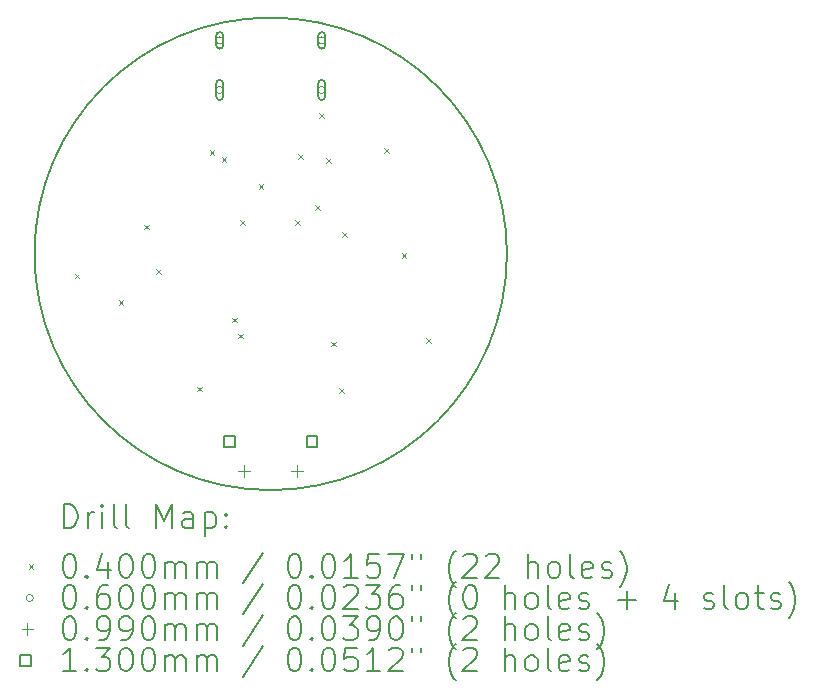
<source format=gbr>
%TF.GenerationSoftware,KiCad,Pcbnew,7.0.7*%
%TF.CreationDate,2023-10-08T00:43:36+08:00*%
%TF.ProjectId,RM_47mm,524d5f34-376d-46d2-9e6b-696361645f70,rev?*%
%TF.SameCoordinates,Original*%
%TF.FileFunction,Drillmap*%
%TF.FilePolarity,Positive*%
%FSLAX45Y45*%
G04 Gerber Fmt 4.5, Leading zero omitted, Abs format (unit mm)*
G04 Created by KiCad (PCBNEW 7.0.7) date 2023-10-08 00:43:36*
%MOMM*%
%LPD*%
G01*
G04 APERTURE LIST*
%ADD10C,0.200000*%
%ADD11C,0.040000*%
%ADD12C,0.060000*%
%ADD13C,0.099000*%
%ADD14C,0.130000*%
G04 APERTURE END LIST*
D10*
X17000000Y-10000000D02*
G75*
G03*
X17000000Y-10000000I-2000000J0D01*
G01*
D11*
X13339726Y-10167710D02*
X13379726Y-10207710D01*
X13379726Y-10167710D02*
X13339726Y-10207710D01*
X13713042Y-10394072D02*
X13753042Y-10434072D01*
X13753042Y-10394072D02*
X13713042Y-10434072D01*
X13929856Y-9753057D02*
X13969856Y-9793057D01*
X13969856Y-9753057D02*
X13929856Y-9793057D01*
X14031325Y-10126814D02*
X14071325Y-10166814D01*
X14071325Y-10126814D02*
X14031325Y-10166814D01*
X14374226Y-11123553D02*
X14414226Y-11163553D01*
X14414226Y-11123553D02*
X14374226Y-11163553D01*
X14482429Y-9124494D02*
X14522429Y-9164494D01*
X14522429Y-9124494D02*
X14482429Y-9164494D01*
X14584397Y-9184048D02*
X14624397Y-9224048D01*
X14624397Y-9184048D02*
X14584397Y-9224048D01*
X14674537Y-10539124D02*
X14714537Y-10579124D01*
X14714537Y-10539124D02*
X14674537Y-10579124D01*
X14725929Y-10675973D02*
X14765929Y-10715973D01*
X14765929Y-10675973D02*
X14725929Y-10715973D01*
X14742922Y-9714838D02*
X14782922Y-9754838D01*
X14782922Y-9714838D02*
X14742922Y-9754838D01*
X14898705Y-9411293D02*
X14938705Y-9451293D01*
X14938705Y-9411293D02*
X14898705Y-9451293D01*
X15204841Y-9711964D02*
X15244841Y-9751964D01*
X15244841Y-9711964D02*
X15204841Y-9751964D01*
X15229585Y-9154681D02*
X15269585Y-9194681D01*
X15269585Y-9154681D02*
X15229585Y-9194681D01*
X15373204Y-9585709D02*
X15413204Y-9625709D01*
X15413204Y-9585709D02*
X15373204Y-9625709D01*
X15409705Y-8808497D02*
X15449705Y-8848497D01*
X15449705Y-8808497D02*
X15409705Y-8848497D01*
X15470525Y-9187456D02*
X15510525Y-9227456D01*
X15510525Y-9187456D02*
X15470525Y-9227456D01*
X15511791Y-10743448D02*
X15551791Y-10783448D01*
X15551791Y-10743448D02*
X15511791Y-10783448D01*
X15581460Y-11136452D02*
X15621460Y-11176452D01*
X15621460Y-11136452D02*
X15581460Y-11176452D01*
X15604995Y-9816616D02*
X15644995Y-9856616D01*
X15644995Y-9816616D02*
X15604995Y-9856616D01*
X15962356Y-9104356D02*
X16002356Y-9144356D01*
X16002356Y-9104356D02*
X15962356Y-9144356D01*
X16109463Y-9996424D02*
X16149463Y-10036424D01*
X16149463Y-9996424D02*
X16109463Y-10036424D01*
X16318873Y-10716548D02*
X16358873Y-10756548D01*
X16358873Y-10716548D02*
X16318873Y-10756548D01*
D12*
X14598000Y-8192500D02*
G75*
G03*
X14598000Y-8192500I-30000J0D01*
G01*
D10*
X14538000Y-8152500D02*
X14538000Y-8232500D01*
X14538000Y-8232500D02*
G75*
G03*
X14598000Y-8232500I30000J0D01*
G01*
X14598000Y-8232500D02*
X14598000Y-8152500D01*
X14598000Y-8152500D02*
G75*
G03*
X14538000Y-8152500I-30000J0D01*
G01*
D12*
X14598000Y-8612500D02*
G75*
G03*
X14598000Y-8612500I-30000J0D01*
G01*
D10*
X14538000Y-8557500D02*
X14538000Y-8667500D01*
X14538000Y-8667500D02*
G75*
G03*
X14598000Y-8667500I30000J0D01*
G01*
X14598000Y-8667500D02*
X14598000Y-8557500D01*
X14598000Y-8557500D02*
G75*
G03*
X14538000Y-8557500I-30000J0D01*
G01*
D12*
X15462000Y-8192500D02*
G75*
G03*
X15462000Y-8192500I-30000J0D01*
G01*
D10*
X15402000Y-8152500D02*
X15402000Y-8232500D01*
X15402000Y-8232500D02*
G75*
G03*
X15462000Y-8232500I30000J0D01*
G01*
X15462000Y-8232500D02*
X15462000Y-8152500D01*
X15462000Y-8152500D02*
G75*
G03*
X15402000Y-8152500I-30000J0D01*
G01*
D12*
X15462000Y-8612500D02*
G75*
G03*
X15462000Y-8612500I-30000J0D01*
G01*
D10*
X15402000Y-8557500D02*
X15402000Y-8667500D01*
X15402000Y-8667500D02*
G75*
G03*
X15462000Y-8667500I30000J0D01*
G01*
X15462000Y-8667500D02*
X15462000Y-8557500D01*
X15462000Y-8557500D02*
G75*
G03*
X15402000Y-8557500I-30000J0D01*
G01*
D13*
X14773291Y-11787915D02*
X14773291Y-11886915D01*
X14723791Y-11837415D02*
X14822791Y-11837415D01*
X15223291Y-11787915D02*
X15223291Y-11886915D01*
X15173791Y-11837415D02*
X15272791Y-11837415D01*
D14*
X14694253Y-11634378D02*
X14694253Y-11542453D01*
X14602328Y-11542453D01*
X14602328Y-11634378D01*
X14694253Y-11634378D01*
X15395253Y-11634378D02*
X15395253Y-11542453D01*
X15303328Y-11542453D01*
X15303328Y-11634378D01*
X15395253Y-11634378D01*
D10*
X13250777Y-12321484D02*
X13250777Y-12121484D01*
X13250777Y-12121484D02*
X13298396Y-12121484D01*
X13298396Y-12121484D02*
X13326967Y-12131008D01*
X13326967Y-12131008D02*
X13346015Y-12150055D01*
X13346015Y-12150055D02*
X13355539Y-12169103D01*
X13355539Y-12169103D02*
X13365062Y-12207198D01*
X13365062Y-12207198D02*
X13365062Y-12235769D01*
X13365062Y-12235769D02*
X13355539Y-12273865D01*
X13355539Y-12273865D02*
X13346015Y-12292912D01*
X13346015Y-12292912D02*
X13326967Y-12311960D01*
X13326967Y-12311960D02*
X13298396Y-12321484D01*
X13298396Y-12321484D02*
X13250777Y-12321484D01*
X13450777Y-12321484D02*
X13450777Y-12188150D01*
X13450777Y-12226246D02*
X13460301Y-12207198D01*
X13460301Y-12207198D02*
X13469824Y-12197674D01*
X13469824Y-12197674D02*
X13488872Y-12188150D01*
X13488872Y-12188150D02*
X13507920Y-12188150D01*
X13574586Y-12321484D02*
X13574586Y-12188150D01*
X13574586Y-12121484D02*
X13565062Y-12131008D01*
X13565062Y-12131008D02*
X13574586Y-12140531D01*
X13574586Y-12140531D02*
X13584110Y-12131008D01*
X13584110Y-12131008D02*
X13574586Y-12121484D01*
X13574586Y-12121484D02*
X13574586Y-12140531D01*
X13698396Y-12321484D02*
X13679348Y-12311960D01*
X13679348Y-12311960D02*
X13669824Y-12292912D01*
X13669824Y-12292912D02*
X13669824Y-12121484D01*
X13803158Y-12321484D02*
X13784110Y-12311960D01*
X13784110Y-12311960D02*
X13774586Y-12292912D01*
X13774586Y-12292912D02*
X13774586Y-12121484D01*
X14031729Y-12321484D02*
X14031729Y-12121484D01*
X14031729Y-12121484D02*
X14098396Y-12264341D01*
X14098396Y-12264341D02*
X14165062Y-12121484D01*
X14165062Y-12121484D02*
X14165062Y-12321484D01*
X14346015Y-12321484D02*
X14346015Y-12216722D01*
X14346015Y-12216722D02*
X14336491Y-12197674D01*
X14336491Y-12197674D02*
X14317443Y-12188150D01*
X14317443Y-12188150D02*
X14279348Y-12188150D01*
X14279348Y-12188150D02*
X14260301Y-12197674D01*
X14346015Y-12311960D02*
X14326967Y-12321484D01*
X14326967Y-12321484D02*
X14279348Y-12321484D01*
X14279348Y-12321484D02*
X14260301Y-12311960D01*
X14260301Y-12311960D02*
X14250777Y-12292912D01*
X14250777Y-12292912D02*
X14250777Y-12273865D01*
X14250777Y-12273865D02*
X14260301Y-12254817D01*
X14260301Y-12254817D02*
X14279348Y-12245293D01*
X14279348Y-12245293D02*
X14326967Y-12245293D01*
X14326967Y-12245293D02*
X14346015Y-12235769D01*
X14441253Y-12188150D02*
X14441253Y-12388150D01*
X14441253Y-12197674D02*
X14460301Y-12188150D01*
X14460301Y-12188150D02*
X14498396Y-12188150D01*
X14498396Y-12188150D02*
X14517443Y-12197674D01*
X14517443Y-12197674D02*
X14526967Y-12207198D01*
X14526967Y-12207198D02*
X14536491Y-12226246D01*
X14536491Y-12226246D02*
X14536491Y-12283388D01*
X14536491Y-12283388D02*
X14526967Y-12302436D01*
X14526967Y-12302436D02*
X14517443Y-12311960D01*
X14517443Y-12311960D02*
X14498396Y-12321484D01*
X14498396Y-12321484D02*
X14460301Y-12321484D01*
X14460301Y-12321484D02*
X14441253Y-12311960D01*
X14622205Y-12302436D02*
X14631729Y-12311960D01*
X14631729Y-12311960D02*
X14622205Y-12321484D01*
X14622205Y-12321484D02*
X14612682Y-12311960D01*
X14612682Y-12311960D02*
X14622205Y-12302436D01*
X14622205Y-12302436D02*
X14622205Y-12321484D01*
X14622205Y-12197674D02*
X14631729Y-12207198D01*
X14631729Y-12207198D02*
X14622205Y-12216722D01*
X14622205Y-12216722D02*
X14612682Y-12207198D01*
X14612682Y-12207198D02*
X14622205Y-12197674D01*
X14622205Y-12197674D02*
X14622205Y-12216722D01*
D11*
X12950000Y-12630000D02*
X12990000Y-12670000D01*
X12990000Y-12630000D02*
X12950000Y-12670000D01*
D10*
X13288872Y-12541484D02*
X13307920Y-12541484D01*
X13307920Y-12541484D02*
X13326967Y-12551008D01*
X13326967Y-12551008D02*
X13336491Y-12560531D01*
X13336491Y-12560531D02*
X13346015Y-12579579D01*
X13346015Y-12579579D02*
X13355539Y-12617674D01*
X13355539Y-12617674D02*
X13355539Y-12665293D01*
X13355539Y-12665293D02*
X13346015Y-12703388D01*
X13346015Y-12703388D02*
X13336491Y-12722436D01*
X13336491Y-12722436D02*
X13326967Y-12731960D01*
X13326967Y-12731960D02*
X13307920Y-12741484D01*
X13307920Y-12741484D02*
X13288872Y-12741484D01*
X13288872Y-12741484D02*
X13269824Y-12731960D01*
X13269824Y-12731960D02*
X13260301Y-12722436D01*
X13260301Y-12722436D02*
X13250777Y-12703388D01*
X13250777Y-12703388D02*
X13241253Y-12665293D01*
X13241253Y-12665293D02*
X13241253Y-12617674D01*
X13241253Y-12617674D02*
X13250777Y-12579579D01*
X13250777Y-12579579D02*
X13260301Y-12560531D01*
X13260301Y-12560531D02*
X13269824Y-12551008D01*
X13269824Y-12551008D02*
X13288872Y-12541484D01*
X13441253Y-12722436D02*
X13450777Y-12731960D01*
X13450777Y-12731960D02*
X13441253Y-12741484D01*
X13441253Y-12741484D02*
X13431729Y-12731960D01*
X13431729Y-12731960D02*
X13441253Y-12722436D01*
X13441253Y-12722436D02*
X13441253Y-12741484D01*
X13622205Y-12608150D02*
X13622205Y-12741484D01*
X13574586Y-12531960D02*
X13526967Y-12674817D01*
X13526967Y-12674817D02*
X13650777Y-12674817D01*
X13765062Y-12541484D02*
X13784110Y-12541484D01*
X13784110Y-12541484D02*
X13803158Y-12551008D01*
X13803158Y-12551008D02*
X13812682Y-12560531D01*
X13812682Y-12560531D02*
X13822205Y-12579579D01*
X13822205Y-12579579D02*
X13831729Y-12617674D01*
X13831729Y-12617674D02*
X13831729Y-12665293D01*
X13831729Y-12665293D02*
X13822205Y-12703388D01*
X13822205Y-12703388D02*
X13812682Y-12722436D01*
X13812682Y-12722436D02*
X13803158Y-12731960D01*
X13803158Y-12731960D02*
X13784110Y-12741484D01*
X13784110Y-12741484D02*
X13765062Y-12741484D01*
X13765062Y-12741484D02*
X13746015Y-12731960D01*
X13746015Y-12731960D02*
X13736491Y-12722436D01*
X13736491Y-12722436D02*
X13726967Y-12703388D01*
X13726967Y-12703388D02*
X13717443Y-12665293D01*
X13717443Y-12665293D02*
X13717443Y-12617674D01*
X13717443Y-12617674D02*
X13726967Y-12579579D01*
X13726967Y-12579579D02*
X13736491Y-12560531D01*
X13736491Y-12560531D02*
X13746015Y-12551008D01*
X13746015Y-12551008D02*
X13765062Y-12541484D01*
X13955539Y-12541484D02*
X13974586Y-12541484D01*
X13974586Y-12541484D02*
X13993634Y-12551008D01*
X13993634Y-12551008D02*
X14003158Y-12560531D01*
X14003158Y-12560531D02*
X14012682Y-12579579D01*
X14012682Y-12579579D02*
X14022205Y-12617674D01*
X14022205Y-12617674D02*
X14022205Y-12665293D01*
X14022205Y-12665293D02*
X14012682Y-12703388D01*
X14012682Y-12703388D02*
X14003158Y-12722436D01*
X14003158Y-12722436D02*
X13993634Y-12731960D01*
X13993634Y-12731960D02*
X13974586Y-12741484D01*
X13974586Y-12741484D02*
X13955539Y-12741484D01*
X13955539Y-12741484D02*
X13936491Y-12731960D01*
X13936491Y-12731960D02*
X13926967Y-12722436D01*
X13926967Y-12722436D02*
X13917443Y-12703388D01*
X13917443Y-12703388D02*
X13907920Y-12665293D01*
X13907920Y-12665293D02*
X13907920Y-12617674D01*
X13907920Y-12617674D02*
X13917443Y-12579579D01*
X13917443Y-12579579D02*
X13926967Y-12560531D01*
X13926967Y-12560531D02*
X13936491Y-12551008D01*
X13936491Y-12551008D02*
X13955539Y-12541484D01*
X14107920Y-12741484D02*
X14107920Y-12608150D01*
X14107920Y-12627198D02*
X14117443Y-12617674D01*
X14117443Y-12617674D02*
X14136491Y-12608150D01*
X14136491Y-12608150D02*
X14165063Y-12608150D01*
X14165063Y-12608150D02*
X14184110Y-12617674D01*
X14184110Y-12617674D02*
X14193634Y-12636722D01*
X14193634Y-12636722D02*
X14193634Y-12741484D01*
X14193634Y-12636722D02*
X14203158Y-12617674D01*
X14203158Y-12617674D02*
X14222205Y-12608150D01*
X14222205Y-12608150D02*
X14250777Y-12608150D01*
X14250777Y-12608150D02*
X14269824Y-12617674D01*
X14269824Y-12617674D02*
X14279348Y-12636722D01*
X14279348Y-12636722D02*
X14279348Y-12741484D01*
X14374586Y-12741484D02*
X14374586Y-12608150D01*
X14374586Y-12627198D02*
X14384110Y-12617674D01*
X14384110Y-12617674D02*
X14403158Y-12608150D01*
X14403158Y-12608150D02*
X14431729Y-12608150D01*
X14431729Y-12608150D02*
X14450777Y-12617674D01*
X14450777Y-12617674D02*
X14460301Y-12636722D01*
X14460301Y-12636722D02*
X14460301Y-12741484D01*
X14460301Y-12636722D02*
X14469824Y-12617674D01*
X14469824Y-12617674D02*
X14488872Y-12608150D01*
X14488872Y-12608150D02*
X14517443Y-12608150D01*
X14517443Y-12608150D02*
X14536491Y-12617674D01*
X14536491Y-12617674D02*
X14546015Y-12636722D01*
X14546015Y-12636722D02*
X14546015Y-12741484D01*
X14936491Y-12531960D02*
X14765063Y-12789103D01*
X15193634Y-12541484D02*
X15212682Y-12541484D01*
X15212682Y-12541484D02*
X15231729Y-12551008D01*
X15231729Y-12551008D02*
X15241253Y-12560531D01*
X15241253Y-12560531D02*
X15250777Y-12579579D01*
X15250777Y-12579579D02*
X15260301Y-12617674D01*
X15260301Y-12617674D02*
X15260301Y-12665293D01*
X15260301Y-12665293D02*
X15250777Y-12703388D01*
X15250777Y-12703388D02*
X15241253Y-12722436D01*
X15241253Y-12722436D02*
X15231729Y-12731960D01*
X15231729Y-12731960D02*
X15212682Y-12741484D01*
X15212682Y-12741484D02*
X15193634Y-12741484D01*
X15193634Y-12741484D02*
X15174586Y-12731960D01*
X15174586Y-12731960D02*
X15165063Y-12722436D01*
X15165063Y-12722436D02*
X15155539Y-12703388D01*
X15155539Y-12703388D02*
X15146015Y-12665293D01*
X15146015Y-12665293D02*
X15146015Y-12617674D01*
X15146015Y-12617674D02*
X15155539Y-12579579D01*
X15155539Y-12579579D02*
X15165063Y-12560531D01*
X15165063Y-12560531D02*
X15174586Y-12551008D01*
X15174586Y-12551008D02*
X15193634Y-12541484D01*
X15346015Y-12722436D02*
X15355539Y-12731960D01*
X15355539Y-12731960D02*
X15346015Y-12741484D01*
X15346015Y-12741484D02*
X15336491Y-12731960D01*
X15336491Y-12731960D02*
X15346015Y-12722436D01*
X15346015Y-12722436D02*
X15346015Y-12741484D01*
X15479348Y-12541484D02*
X15498396Y-12541484D01*
X15498396Y-12541484D02*
X15517444Y-12551008D01*
X15517444Y-12551008D02*
X15526967Y-12560531D01*
X15526967Y-12560531D02*
X15536491Y-12579579D01*
X15536491Y-12579579D02*
X15546015Y-12617674D01*
X15546015Y-12617674D02*
X15546015Y-12665293D01*
X15546015Y-12665293D02*
X15536491Y-12703388D01*
X15536491Y-12703388D02*
X15526967Y-12722436D01*
X15526967Y-12722436D02*
X15517444Y-12731960D01*
X15517444Y-12731960D02*
X15498396Y-12741484D01*
X15498396Y-12741484D02*
X15479348Y-12741484D01*
X15479348Y-12741484D02*
X15460301Y-12731960D01*
X15460301Y-12731960D02*
X15450777Y-12722436D01*
X15450777Y-12722436D02*
X15441253Y-12703388D01*
X15441253Y-12703388D02*
X15431729Y-12665293D01*
X15431729Y-12665293D02*
X15431729Y-12617674D01*
X15431729Y-12617674D02*
X15441253Y-12579579D01*
X15441253Y-12579579D02*
X15450777Y-12560531D01*
X15450777Y-12560531D02*
X15460301Y-12551008D01*
X15460301Y-12551008D02*
X15479348Y-12541484D01*
X15736491Y-12741484D02*
X15622206Y-12741484D01*
X15679348Y-12741484D02*
X15679348Y-12541484D01*
X15679348Y-12541484D02*
X15660301Y-12570055D01*
X15660301Y-12570055D02*
X15641253Y-12589103D01*
X15641253Y-12589103D02*
X15622206Y-12598627D01*
X15917444Y-12541484D02*
X15822206Y-12541484D01*
X15822206Y-12541484D02*
X15812682Y-12636722D01*
X15812682Y-12636722D02*
X15822206Y-12627198D01*
X15822206Y-12627198D02*
X15841253Y-12617674D01*
X15841253Y-12617674D02*
X15888872Y-12617674D01*
X15888872Y-12617674D02*
X15907920Y-12627198D01*
X15907920Y-12627198D02*
X15917444Y-12636722D01*
X15917444Y-12636722D02*
X15926967Y-12655769D01*
X15926967Y-12655769D02*
X15926967Y-12703388D01*
X15926967Y-12703388D02*
X15917444Y-12722436D01*
X15917444Y-12722436D02*
X15907920Y-12731960D01*
X15907920Y-12731960D02*
X15888872Y-12741484D01*
X15888872Y-12741484D02*
X15841253Y-12741484D01*
X15841253Y-12741484D02*
X15822206Y-12731960D01*
X15822206Y-12731960D02*
X15812682Y-12722436D01*
X15993634Y-12541484D02*
X16126967Y-12541484D01*
X16126967Y-12541484D02*
X16041253Y-12741484D01*
X16193634Y-12541484D02*
X16193634Y-12579579D01*
X16269825Y-12541484D02*
X16269825Y-12579579D01*
X16565063Y-12817674D02*
X16555539Y-12808150D01*
X16555539Y-12808150D02*
X16536491Y-12779579D01*
X16536491Y-12779579D02*
X16526968Y-12760531D01*
X16526968Y-12760531D02*
X16517444Y-12731960D01*
X16517444Y-12731960D02*
X16507920Y-12684341D01*
X16507920Y-12684341D02*
X16507920Y-12646246D01*
X16507920Y-12646246D02*
X16517444Y-12598627D01*
X16517444Y-12598627D02*
X16526968Y-12570055D01*
X16526968Y-12570055D02*
X16536491Y-12551008D01*
X16536491Y-12551008D02*
X16555539Y-12522436D01*
X16555539Y-12522436D02*
X16565063Y-12512912D01*
X16631729Y-12560531D02*
X16641253Y-12551008D01*
X16641253Y-12551008D02*
X16660301Y-12541484D01*
X16660301Y-12541484D02*
X16707920Y-12541484D01*
X16707920Y-12541484D02*
X16726968Y-12551008D01*
X16726968Y-12551008D02*
X16736491Y-12560531D01*
X16736491Y-12560531D02*
X16746015Y-12579579D01*
X16746015Y-12579579D02*
X16746015Y-12598627D01*
X16746015Y-12598627D02*
X16736491Y-12627198D01*
X16736491Y-12627198D02*
X16622206Y-12741484D01*
X16622206Y-12741484D02*
X16746015Y-12741484D01*
X16822206Y-12560531D02*
X16831730Y-12551008D01*
X16831730Y-12551008D02*
X16850777Y-12541484D01*
X16850777Y-12541484D02*
X16898396Y-12541484D01*
X16898396Y-12541484D02*
X16917444Y-12551008D01*
X16917444Y-12551008D02*
X16926968Y-12560531D01*
X16926968Y-12560531D02*
X16936491Y-12579579D01*
X16936491Y-12579579D02*
X16936491Y-12598627D01*
X16936491Y-12598627D02*
X16926968Y-12627198D01*
X16926968Y-12627198D02*
X16812682Y-12741484D01*
X16812682Y-12741484D02*
X16936491Y-12741484D01*
X17174587Y-12741484D02*
X17174587Y-12541484D01*
X17260301Y-12741484D02*
X17260301Y-12636722D01*
X17260301Y-12636722D02*
X17250777Y-12617674D01*
X17250777Y-12617674D02*
X17231730Y-12608150D01*
X17231730Y-12608150D02*
X17203158Y-12608150D01*
X17203158Y-12608150D02*
X17184111Y-12617674D01*
X17184111Y-12617674D02*
X17174587Y-12627198D01*
X17384111Y-12741484D02*
X17365063Y-12731960D01*
X17365063Y-12731960D02*
X17355539Y-12722436D01*
X17355539Y-12722436D02*
X17346015Y-12703388D01*
X17346015Y-12703388D02*
X17346015Y-12646246D01*
X17346015Y-12646246D02*
X17355539Y-12627198D01*
X17355539Y-12627198D02*
X17365063Y-12617674D01*
X17365063Y-12617674D02*
X17384111Y-12608150D01*
X17384111Y-12608150D02*
X17412682Y-12608150D01*
X17412682Y-12608150D02*
X17431730Y-12617674D01*
X17431730Y-12617674D02*
X17441253Y-12627198D01*
X17441253Y-12627198D02*
X17450777Y-12646246D01*
X17450777Y-12646246D02*
X17450777Y-12703388D01*
X17450777Y-12703388D02*
X17441253Y-12722436D01*
X17441253Y-12722436D02*
X17431730Y-12731960D01*
X17431730Y-12731960D02*
X17412682Y-12741484D01*
X17412682Y-12741484D02*
X17384111Y-12741484D01*
X17565063Y-12741484D02*
X17546015Y-12731960D01*
X17546015Y-12731960D02*
X17536492Y-12712912D01*
X17536492Y-12712912D02*
X17536492Y-12541484D01*
X17717444Y-12731960D02*
X17698396Y-12741484D01*
X17698396Y-12741484D02*
X17660301Y-12741484D01*
X17660301Y-12741484D02*
X17641253Y-12731960D01*
X17641253Y-12731960D02*
X17631730Y-12712912D01*
X17631730Y-12712912D02*
X17631730Y-12636722D01*
X17631730Y-12636722D02*
X17641253Y-12617674D01*
X17641253Y-12617674D02*
X17660301Y-12608150D01*
X17660301Y-12608150D02*
X17698396Y-12608150D01*
X17698396Y-12608150D02*
X17717444Y-12617674D01*
X17717444Y-12617674D02*
X17726968Y-12636722D01*
X17726968Y-12636722D02*
X17726968Y-12655769D01*
X17726968Y-12655769D02*
X17631730Y-12674817D01*
X17803158Y-12731960D02*
X17822206Y-12741484D01*
X17822206Y-12741484D02*
X17860301Y-12741484D01*
X17860301Y-12741484D02*
X17879349Y-12731960D01*
X17879349Y-12731960D02*
X17888873Y-12712912D01*
X17888873Y-12712912D02*
X17888873Y-12703388D01*
X17888873Y-12703388D02*
X17879349Y-12684341D01*
X17879349Y-12684341D02*
X17860301Y-12674817D01*
X17860301Y-12674817D02*
X17831730Y-12674817D01*
X17831730Y-12674817D02*
X17812682Y-12665293D01*
X17812682Y-12665293D02*
X17803158Y-12646246D01*
X17803158Y-12646246D02*
X17803158Y-12636722D01*
X17803158Y-12636722D02*
X17812682Y-12617674D01*
X17812682Y-12617674D02*
X17831730Y-12608150D01*
X17831730Y-12608150D02*
X17860301Y-12608150D01*
X17860301Y-12608150D02*
X17879349Y-12617674D01*
X17955539Y-12817674D02*
X17965063Y-12808150D01*
X17965063Y-12808150D02*
X17984111Y-12779579D01*
X17984111Y-12779579D02*
X17993634Y-12760531D01*
X17993634Y-12760531D02*
X18003158Y-12731960D01*
X18003158Y-12731960D02*
X18012682Y-12684341D01*
X18012682Y-12684341D02*
X18012682Y-12646246D01*
X18012682Y-12646246D02*
X18003158Y-12598627D01*
X18003158Y-12598627D02*
X17993634Y-12570055D01*
X17993634Y-12570055D02*
X17984111Y-12551008D01*
X17984111Y-12551008D02*
X17965063Y-12522436D01*
X17965063Y-12522436D02*
X17955539Y-12512912D01*
D12*
X12990000Y-12914000D02*
G75*
G03*
X12990000Y-12914000I-30000J0D01*
G01*
D10*
X13288872Y-12805484D02*
X13307920Y-12805484D01*
X13307920Y-12805484D02*
X13326967Y-12815008D01*
X13326967Y-12815008D02*
X13336491Y-12824531D01*
X13336491Y-12824531D02*
X13346015Y-12843579D01*
X13346015Y-12843579D02*
X13355539Y-12881674D01*
X13355539Y-12881674D02*
X13355539Y-12929293D01*
X13355539Y-12929293D02*
X13346015Y-12967388D01*
X13346015Y-12967388D02*
X13336491Y-12986436D01*
X13336491Y-12986436D02*
X13326967Y-12995960D01*
X13326967Y-12995960D02*
X13307920Y-13005484D01*
X13307920Y-13005484D02*
X13288872Y-13005484D01*
X13288872Y-13005484D02*
X13269824Y-12995960D01*
X13269824Y-12995960D02*
X13260301Y-12986436D01*
X13260301Y-12986436D02*
X13250777Y-12967388D01*
X13250777Y-12967388D02*
X13241253Y-12929293D01*
X13241253Y-12929293D02*
X13241253Y-12881674D01*
X13241253Y-12881674D02*
X13250777Y-12843579D01*
X13250777Y-12843579D02*
X13260301Y-12824531D01*
X13260301Y-12824531D02*
X13269824Y-12815008D01*
X13269824Y-12815008D02*
X13288872Y-12805484D01*
X13441253Y-12986436D02*
X13450777Y-12995960D01*
X13450777Y-12995960D02*
X13441253Y-13005484D01*
X13441253Y-13005484D02*
X13431729Y-12995960D01*
X13431729Y-12995960D02*
X13441253Y-12986436D01*
X13441253Y-12986436D02*
X13441253Y-13005484D01*
X13622205Y-12805484D02*
X13584110Y-12805484D01*
X13584110Y-12805484D02*
X13565062Y-12815008D01*
X13565062Y-12815008D02*
X13555539Y-12824531D01*
X13555539Y-12824531D02*
X13536491Y-12853103D01*
X13536491Y-12853103D02*
X13526967Y-12891198D01*
X13526967Y-12891198D02*
X13526967Y-12967388D01*
X13526967Y-12967388D02*
X13536491Y-12986436D01*
X13536491Y-12986436D02*
X13546015Y-12995960D01*
X13546015Y-12995960D02*
X13565062Y-13005484D01*
X13565062Y-13005484D02*
X13603158Y-13005484D01*
X13603158Y-13005484D02*
X13622205Y-12995960D01*
X13622205Y-12995960D02*
X13631729Y-12986436D01*
X13631729Y-12986436D02*
X13641253Y-12967388D01*
X13641253Y-12967388D02*
X13641253Y-12919769D01*
X13641253Y-12919769D02*
X13631729Y-12900722D01*
X13631729Y-12900722D02*
X13622205Y-12891198D01*
X13622205Y-12891198D02*
X13603158Y-12881674D01*
X13603158Y-12881674D02*
X13565062Y-12881674D01*
X13565062Y-12881674D02*
X13546015Y-12891198D01*
X13546015Y-12891198D02*
X13536491Y-12900722D01*
X13536491Y-12900722D02*
X13526967Y-12919769D01*
X13765062Y-12805484D02*
X13784110Y-12805484D01*
X13784110Y-12805484D02*
X13803158Y-12815008D01*
X13803158Y-12815008D02*
X13812682Y-12824531D01*
X13812682Y-12824531D02*
X13822205Y-12843579D01*
X13822205Y-12843579D02*
X13831729Y-12881674D01*
X13831729Y-12881674D02*
X13831729Y-12929293D01*
X13831729Y-12929293D02*
X13822205Y-12967388D01*
X13822205Y-12967388D02*
X13812682Y-12986436D01*
X13812682Y-12986436D02*
X13803158Y-12995960D01*
X13803158Y-12995960D02*
X13784110Y-13005484D01*
X13784110Y-13005484D02*
X13765062Y-13005484D01*
X13765062Y-13005484D02*
X13746015Y-12995960D01*
X13746015Y-12995960D02*
X13736491Y-12986436D01*
X13736491Y-12986436D02*
X13726967Y-12967388D01*
X13726967Y-12967388D02*
X13717443Y-12929293D01*
X13717443Y-12929293D02*
X13717443Y-12881674D01*
X13717443Y-12881674D02*
X13726967Y-12843579D01*
X13726967Y-12843579D02*
X13736491Y-12824531D01*
X13736491Y-12824531D02*
X13746015Y-12815008D01*
X13746015Y-12815008D02*
X13765062Y-12805484D01*
X13955539Y-12805484D02*
X13974586Y-12805484D01*
X13974586Y-12805484D02*
X13993634Y-12815008D01*
X13993634Y-12815008D02*
X14003158Y-12824531D01*
X14003158Y-12824531D02*
X14012682Y-12843579D01*
X14012682Y-12843579D02*
X14022205Y-12881674D01*
X14022205Y-12881674D02*
X14022205Y-12929293D01*
X14022205Y-12929293D02*
X14012682Y-12967388D01*
X14012682Y-12967388D02*
X14003158Y-12986436D01*
X14003158Y-12986436D02*
X13993634Y-12995960D01*
X13993634Y-12995960D02*
X13974586Y-13005484D01*
X13974586Y-13005484D02*
X13955539Y-13005484D01*
X13955539Y-13005484D02*
X13936491Y-12995960D01*
X13936491Y-12995960D02*
X13926967Y-12986436D01*
X13926967Y-12986436D02*
X13917443Y-12967388D01*
X13917443Y-12967388D02*
X13907920Y-12929293D01*
X13907920Y-12929293D02*
X13907920Y-12881674D01*
X13907920Y-12881674D02*
X13917443Y-12843579D01*
X13917443Y-12843579D02*
X13926967Y-12824531D01*
X13926967Y-12824531D02*
X13936491Y-12815008D01*
X13936491Y-12815008D02*
X13955539Y-12805484D01*
X14107920Y-13005484D02*
X14107920Y-12872150D01*
X14107920Y-12891198D02*
X14117443Y-12881674D01*
X14117443Y-12881674D02*
X14136491Y-12872150D01*
X14136491Y-12872150D02*
X14165063Y-12872150D01*
X14165063Y-12872150D02*
X14184110Y-12881674D01*
X14184110Y-12881674D02*
X14193634Y-12900722D01*
X14193634Y-12900722D02*
X14193634Y-13005484D01*
X14193634Y-12900722D02*
X14203158Y-12881674D01*
X14203158Y-12881674D02*
X14222205Y-12872150D01*
X14222205Y-12872150D02*
X14250777Y-12872150D01*
X14250777Y-12872150D02*
X14269824Y-12881674D01*
X14269824Y-12881674D02*
X14279348Y-12900722D01*
X14279348Y-12900722D02*
X14279348Y-13005484D01*
X14374586Y-13005484D02*
X14374586Y-12872150D01*
X14374586Y-12891198D02*
X14384110Y-12881674D01*
X14384110Y-12881674D02*
X14403158Y-12872150D01*
X14403158Y-12872150D02*
X14431729Y-12872150D01*
X14431729Y-12872150D02*
X14450777Y-12881674D01*
X14450777Y-12881674D02*
X14460301Y-12900722D01*
X14460301Y-12900722D02*
X14460301Y-13005484D01*
X14460301Y-12900722D02*
X14469824Y-12881674D01*
X14469824Y-12881674D02*
X14488872Y-12872150D01*
X14488872Y-12872150D02*
X14517443Y-12872150D01*
X14517443Y-12872150D02*
X14536491Y-12881674D01*
X14536491Y-12881674D02*
X14546015Y-12900722D01*
X14546015Y-12900722D02*
X14546015Y-13005484D01*
X14936491Y-12795960D02*
X14765063Y-13053103D01*
X15193634Y-12805484D02*
X15212682Y-12805484D01*
X15212682Y-12805484D02*
X15231729Y-12815008D01*
X15231729Y-12815008D02*
X15241253Y-12824531D01*
X15241253Y-12824531D02*
X15250777Y-12843579D01*
X15250777Y-12843579D02*
X15260301Y-12881674D01*
X15260301Y-12881674D02*
X15260301Y-12929293D01*
X15260301Y-12929293D02*
X15250777Y-12967388D01*
X15250777Y-12967388D02*
X15241253Y-12986436D01*
X15241253Y-12986436D02*
X15231729Y-12995960D01*
X15231729Y-12995960D02*
X15212682Y-13005484D01*
X15212682Y-13005484D02*
X15193634Y-13005484D01*
X15193634Y-13005484D02*
X15174586Y-12995960D01*
X15174586Y-12995960D02*
X15165063Y-12986436D01*
X15165063Y-12986436D02*
X15155539Y-12967388D01*
X15155539Y-12967388D02*
X15146015Y-12929293D01*
X15146015Y-12929293D02*
X15146015Y-12881674D01*
X15146015Y-12881674D02*
X15155539Y-12843579D01*
X15155539Y-12843579D02*
X15165063Y-12824531D01*
X15165063Y-12824531D02*
X15174586Y-12815008D01*
X15174586Y-12815008D02*
X15193634Y-12805484D01*
X15346015Y-12986436D02*
X15355539Y-12995960D01*
X15355539Y-12995960D02*
X15346015Y-13005484D01*
X15346015Y-13005484D02*
X15336491Y-12995960D01*
X15336491Y-12995960D02*
X15346015Y-12986436D01*
X15346015Y-12986436D02*
X15346015Y-13005484D01*
X15479348Y-12805484D02*
X15498396Y-12805484D01*
X15498396Y-12805484D02*
X15517444Y-12815008D01*
X15517444Y-12815008D02*
X15526967Y-12824531D01*
X15526967Y-12824531D02*
X15536491Y-12843579D01*
X15536491Y-12843579D02*
X15546015Y-12881674D01*
X15546015Y-12881674D02*
X15546015Y-12929293D01*
X15546015Y-12929293D02*
X15536491Y-12967388D01*
X15536491Y-12967388D02*
X15526967Y-12986436D01*
X15526967Y-12986436D02*
X15517444Y-12995960D01*
X15517444Y-12995960D02*
X15498396Y-13005484D01*
X15498396Y-13005484D02*
X15479348Y-13005484D01*
X15479348Y-13005484D02*
X15460301Y-12995960D01*
X15460301Y-12995960D02*
X15450777Y-12986436D01*
X15450777Y-12986436D02*
X15441253Y-12967388D01*
X15441253Y-12967388D02*
X15431729Y-12929293D01*
X15431729Y-12929293D02*
X15431729Y-12881674D01*
X15431729Y-12881674D02*
X15441253Y-12843579D01*
X15441253Y-12843579D02*
X15450777Y-12824531D01*
X15450777Y-12824531D02*
X15460301Y-12815008D01*
X15460301Y-12815008D02*
X15479348Y-12805484D01*
X15622206Y-12824531D02*
X15631729Y-12815008D01*
X15631729Y-12815008D02*
X15650777Y-12805484D01*
X15650777Y-12805484D02*
X15698396Y-12805484D01*
X15698396Y-12805484D02*
X15717444Y-12815008D01*
X15717444Y-12815008D02*
X15726967Y-12824531D01*
X15726967Y-12824531D02*
X15736491Y-12843579D01*
X15736491Y-12843579D02*
X15736491Y-12862627D01*
X15736491Y-12862627D02*
X15726967Y-12891198D01*
X15726967Y-12891198D02*
X15612682Y-13005484D01*
X15612682Y-13005484D02*
X15736491Y-13005484D01*
X15803158Y-12805484D02*
X15926967Y-12805484D01*
X15926967Y-12805484D02*
X15860301Y-12881674D01*
X15860301Y-12881674D02*
X15888872Y-12881674D01*
X15888872Y-12881674D02*
X15907920Y-12891198D01*
X15907920Y-12891198D02*
X15917444Y-12900722D01*
X15917444Y-12900722D02*
X15926967Y-12919769D01*
X15926967Y-12919769D02*
X15926967Y-12967388D01*
X15926967Y-12967388D02*
X15917444Y-12986436D01*
X15917444Y-12986436D02*
X15907920Y-12995960D01*
X15907920Y-12995960D02*
X15888872Y-13005484D01*
X15888872Y-13005484D02*
X15831729Y-13005484D01*
X15831729Y-13005484D02*
X15812682Y-12995960D01*
X15812682Y-12995960D02*
X15803158Y-12986436D01*
X16098396Y-12805484D02*
X16060301Y-12805484D01*
X16060301Y-12805484D02*
X16041253Y-12815008D01*
X16041253Y-12815008D02*
X16031729Y-12824531D01*
X16031729Y-12824531D02*
X16012682Y-12853103D01*
X16012682Y-12853103D02*
X16003158Y-12891198D01*
X16003158Y-12891198D02*
X16003158Y-12967388D01*
X16003158Y-12967388D02*
X16012682Y-12986436D01*
X16012682Y-12986436D02*
X16022206Y-12995960D01*
X16022206Y-12995960D02*
X16041253Y-13005484D01*
X16041253Y-13005484D02*
X16079348Y-13005484D01*
X16079348Y-13005484D02*
X16098396Y-12995960D01*
X16098396Y-12995960D02*
X16107920Y-12986436D01*
X16107920Y-12986436D02*
X16117444Y-12967388D01*
X16117444Y-12967388D02*
X16117444Y-12919769D01*
X16117444Y-12919769D02*
X16107920Y-12900722D01*
X16107920Y-12900722D02*
X16098396Y-12891198D01*
X16098396Y-12891198D02*
X16079348Y-12881674D01*
X16079348Y-12881674D02*
X16041253Y-12881674D01*
X16041253Y-12881674D02*
X16022206Y-12891198D01*
X16022206Y-12891198D02*
X16012682Y-12900722D01*
X16012682Y-12900722D02*
X16003158Y-12919769D01*
X16193634Y-12805484D02*
X16193634Y-12843579D01*
X16269825Y-12805484D02*
X16269825Y-12843579D01*
X16565063Y-13081674D02*
X16555539Y-13072150D01*
X16555539Y-13072150D02*
X16536491Y-13043579D01*
X16536491Y-13043579D02*
X16526968Y-13024531D01*
X16526968Y-13024531D02*
X16517444Y-12995960D01*
X16517444Y-12995960D02*
X16507920Y-12948341D01*
X16507920Y-12948341D02*
X16507920Y-12910246D01*
X16507920Y-12910246D02*
X16517444Y-12862627D01*
X16517444Y-12862627D02*
X16526968Y-12834055D01*
X16526968Y-12834055D02*
X16536491Y-12815008D01*
X16536491Y-12815008D02*
X16555539Y-12786436D01*
X16555539Y-12786436D02*
X16565063Y-12776912D01*
X16679348Y-12805484D02*
X16698396Y-12805484D01*
X16698396Y-12805484D02*
X16717444Y-12815008D01*
X16717444Y-12815008D02*
X16726968Y-12824531D01*
X16726968Y-12824531D02*
X16736491Y-12843579D01*
X16736491Y-12843579D02*
X16746015Y-12881674D01*
X16746015Y-12881674D02*
X16746015Y-12929293D01*
X16746015Y-12929293D02*
X16736491Y-12967388D01*
X16736491Y-12967388D02*
X16726968Y-12986436D01*
X16726968Y-12986436D02*
X16717444Y-12995960D01*
X16717444Y-12995960D02*
X16698396Y-13005484D01*
X16698396Y-13005484D02*
X16679348Y-13005484D01*
X16679348Y-13005484D02*
X16660301Y-12995960D01*
X16660301Y-12995960D02*
X16650777Y-12986436D01*
X16650777Y-12986436D02*
X16641253Y-12967388D01*
X16641253Y-12967388D02*
X16631729Y-12929293D01*
X16631729Y-12929293D02*
X16631729Y-12881674D01*
X16631729Y-12881674D02*
X16641253Y-12843579D01*
X16641253Y-12843579D02*
X16650777Y-12824531D01*
X16650777Y-12824531D02*
X16660301Y-12815008D01*
X16660301Y-12815008D02*
X16679348Y-12805484D01*
X16984111Y-13005484D02*
X16984111Y-12805484D01*
X17069825Y-13005484D02*
X17069825Y-12900722D01*
X17069825Y-12900722D02*
X17060301Y-12881674D01*
X17060301Y-12881674D02*
X17041253Y-12872150D01*
X17041253Y-12872150D02*
X17012682Y-12872150D01*
X17012682Y-12872150D02*
X16993634Y-12881674D01*
X16993634Y-12881674D02*
X16984111Y-12891198D01*
X17193634Y-13005484D02*
X17174587Y-12995960D01*
X17174587Y-12995960D02*
X17165063Y-12986436D01*
X17165063Y-12986436D02*
X17155539Y-12967388D01*
X17155539Y-12967388D02*
X17155539Y-12910246D01*
X17155539Y-12910246D02*
X17165063Y-12891198D01*
X17165063Y-12891198D02*
X17174587Y-12881674D01*
X17174587Y-12881674D02*
X17193634Y-12872150D01*
X17193634Y-12872150D02*
X17222206Y-12872150D01*
X17222206Y-12872150D02*
X17241253Y-12881674D01*
X17241253Y-12881674D02*
X17250777Y-12891198D01*
X17250777Y-12891198D02*
X17260301Y-12910246D01*
X17260301Y-12910246D02*
X17260301Y-12967388D01*
X17260301Y-12967388D02*
X17250777Y-12986436D01*
X17250777Y-12986436D02*
X17241253Y-12995960D01*
X17241253Y-12995960D02*
X17222206Y-13005484D01*
X17222206Y-13005484D02*
X17193634Y-13005484D01*
X17374587Y-13005484D02*
X17355539Y-12995960D01*
X17355539Y-12995960D02*
X17346015Y-12976912D01*
X17346015Y-12976912D02*
X17346015Y-12805484D01*
X17526968Y-12995960D02*
X17507920Y-13005484D01*
X17507920Y-13005484D02*
X17469825Y-13005484D01*
X17469825Y-13005484D02*
X17450777Y-12995960D01*
X17450777Y-12995960D02*
X17441253Y-12976912D01*
X17441253Y-12976912D02*
X17441253Y-12900722D01*
X17441253Y-12900722D02*
X17450777Y-12881674D01*
X17450777Y-12881674D02*
X17469825Y-12872150D01*
X17469825Y-12872150D02*
X17507920Y-12872150D01*
X17507920Y-12872150D02*
X17526968Y-12881674D01*
X17526968Y-12881674D02*
X17536492Y-12900722D01*
X17536492Y-12900722D02*
X17536492Y-12919769D01*
X17536492Y-12919769D02*
X17441253Y-12938817D01*
X17612682Y-12995960D02*
X17631730Y-13005484D01*
X17631730Y-13005484D02*
X17669825Y-13005484D01*
X17669825Y-13005484D02*
X17688873Y-12995960D01*
X17688873Y-12995960D02*
X17698396Y-12976912D01*
X17698396Y-12976912D02*
X17698396Y-12967388D01*
X17698396Y-12967388D02*
X17688873Y-12948341D01*
X17688873Y-12948341D02*
X17669825Y-12938817D01*
X17669825Y-12938817D02*
X17641253Y-12938817D01*
X17641253Y-12938817D02*
X17622206Y-12929293D01*
X17622206Y-12929293D02*
X17612682Y-12910246D01*
X17612682Y-12910246D02*
X17612682Y-12900722D01*
X17612682Y-12900722D02*
X17622206Y-12881674D01*
X17622206Y-12881674D02*
X17641253Y-12872150D01*
X17641253Y-12872150D02*
X17669825Y-12872150D01*
X17669825Y-12872150D02*
X17688873Y-12881674D01*
X17936492Y-12929293D02*
X18088873Y-12929293D01*
X18012682Y-13005484D02*
X18012682Y-12853103D01*
X18422206Y-12872150D02*
X18422206Y-13005484D01*
X18374587Y-12795960D02*
X18326968Y-12938817D01*
X18326968Y-12938817D02*
X18450777Y-12938817D01*
X18669825Y-12995960D02*
X18688873Y-13005484D01*
X18688873Y-13005484D02*
X18726968Y-13005484D01*
X18726968Y-13005484D02*
X18746016Y-12995960D01*
X18746016Y-12995960D02*
X18755539Y-12976912D01*
X18755539Y-12976912D02*
X18755539Y-12967388D01*
X18755539Y-12967388D02*
X18746016Y-12948341D01*
X18746016Y-12948341D02*
X18726968Y-12938817D01*
X18726968Y-12938817D02*
X18698396Y-12938817D01*
X18698396Y-12938817D02*
X18679349Y-12929293D01*
X18679349Y-12929293D02*
X18669825Y-12910246D01*
X18669825Y-12910246D02*
X18669825Y-12900722D01*
X18669825Y-12900722D02*
X18679349Y-12881674D01*
X18679349Y-12881674D02*
X18698396Y-12872150D01*
X18698396Y-12872150D02*
X18726968Y-12872150D01*
X18726968Y-12872150D02*
X18746016Y-12881674D01*
X18869825Y-13005484D02*
X18850777Y-12995960D01*
X18850777Y-12995960D02*
X18841254Y-12976912D01*
X18841254Y-12976912D02*
X18841254Y-12805484D01*
X18974587Y-13005484D02*
X18955539Y-12995960D01*
X18955539Y-12995960D02*
X18946016Y-12986436D01*
X18946016Y-12986436D02*
X18936492Y-12967388D01*
X18936492Y-12967388D02*
X18936492Y-12910246D01*
X18936492Y-12910246D02*
X18946016Y-12891198D01*
X18946016Y-12891198D02*
X18955539Y-12881674D01*
X18955539Y-12881674D02*
X18974587Y-12872150D01*
X18974587Y-12872150D02*
X19003158Y-12872150D01*
X19003158Y-12872150D02*
X19022206Y-12881674D01*
X19022206Y-12881674D02*
X19031730Y-12891198D01*
X19031730Y-12891198D02*
X19041254Y-12910246D01*
X19041254Y-12910246D02*
X19041254Y-12967388D01*
X19041254Y-12967388D02*
X19031730Y-12986436D01*
X19031730Y-12986436D02*
X19022206Y-12995960D01*
X19022206Y-12995960D02*
X19003158Y-13005484D01*
X19003158Y-13005484D02*
X18974587Y-13005484D01*
X19098397Y-12872150D02*
X19174587Y-12872150D01*
X19126968Y-12805484D02*
X19126968Y-12976912D01*
X19126968Y-12976912D02*
X19136492Y-12995960D01*
X19136492Y-12995960D02*
X19155539Y-13005484D01*
X19155539Y-13005484D02*
X19174587Y-13005484D01*
X19231730Y-12995960D02*
X19250777Y-13005484D01*
X19250777Y-13005484D02*
X19288873Y-13005484D01*
X19288873Y-13005484D02*
X19307920Y-12995960D01*
X19307920Y-12995960D02*
X19317444Y-12976912D01*
X19317444Y-12976912D02*
X19317444Y-12967388D01*
X19317444Y-12967388D02*
X19307920Y-12948341D01*
X19307920Y-12948341D02*
X19288873Y-12938817D01*
X19288873Y-12938817D02*
X19260301Y-12938817D01*
X19260301Y-12938817D02*
X19241254Y-12929293D01*
X19241254Y-12929293D02*
X19231730Y-12910246D01*
X19231730Y-12910246D02*
X19231730Y-12900722D01*
X19231730Y-12900722D02*
X19241254Y-12881674D01*
X19241254Y-12881674D02*
X19260301Y-12872150D01*
X19260301Y-12872150D02*
X19288873Y-12872150D01*
X19288873Y-12872150D02*
X19307920Y-12881674D01*
X19384111Y-13081674D02*
X19393635Y-13072150D01*
X19393635Y-13072150D02*
X19412682Y-13043579D01*
X19412682Y-13043579D02*
X19422206Y-13024531D01*
X19422206Y-13024531D02*
X19431730Y-12995960D01*
X19431730Y-12995960D02*
X19441254Y-12948341D01*
X19441254Y-12948341D02*
X19441254Y-12910246D01*
X19441254Y-12910246D02*
X19431730Y-12862627D01*
X19431730Y-12862627D02*
X19422206Y-12834055D01*
X19422206Y-12834055D02*
X19412682Y-12815008D01*
X19412682Y-12815008D02*
X19393635Y-12786436D01*
X19393635Y-12786436D02*
X19384111Y-12776912D01*
D13*
X12940500Y-13128500D02*
X12940500Y-13227500D01*
X12891000Y-13178000D02*
X12990000Y-13178000D01*
D10*
X13288872Y-13069484D02*
X13307920Y-13069484D01*
X13307920Y-13069484D02*
X13326967Y-13079008D01*
X13326967Y-13079008D02*
X13336491Y-13088531D01*
X13336491Y-13088531D02*
X13346015Y-13107579D01*
X13346015Y-13107579D02*
X13355539Y-13145674D01*
X13355539Y-13145674D02*
X13355539Y-13193293D01*
X13355539Y-13193293D02*
X13346015Y-13231388D01*
X13346015Y-13231388D02*
X13336491Y-13250436D01*
X13336491Y-13250436D02*
X13326967Y-13259960D01*
X13326967Y-13259960D02*
X13307920Y-13269484D01*
X13307920Y-13269484D02*
X13288872Y-13269484D01*
X13288872Y-13269484D02*
X13269824Y-13259960D01*
X13269824Y-13259960D02*
X13260301Y-13250436D01*
X13260301Y-13250436D02*
X13250777Y-13231388D01*
X13250777Y-13231388D02*
X13241253Y-13193293D01*
X13241253Y-13193293D02*
X13241253Y-13145674D01*
X13241253Y-13145674D02*
X13250777Y-13107579D01*
X13250777Y-13107579D02*
X13260301Y-13088531D01*
X13260301Y-13088531D02*
X13269824Y-13079008D01*
X13269824Y-13079008D02*
X13288872Y-13069484D01*
X13441253Y-13250436D02*
X13450777Y-13259960D01*
X13450777Y-13259960D02*
X13441253Y-13269484D01*
X13441253Y-13269484D02*
X13431729Y-13259960D01*
X13431729Y-13259960D02*
X13441253Y-13250436D01*
X13441253Y-13250436D02*
X13441253Y-13269484D01*
X13546015Y-13269484D02*
X13584110Y-13269484D01*
X13584110Y-13269484D02*
X13603158Y-13259960D01*
X13603158Y-13259960D02*
X13612682Y-13250436D01*
X13612682Y-13250436D02*
X13631729Y-13221865D01*
X13631729Y-13221865D02*
X13641253Y-13183769D01*
X13641253Y-13183769D02*
X13641253Y-13107579D01*
X13641253Y-13107579D02*
X13631729Y-13088531D01*
X13631729Y-13088531D02*
X13622205Y-13079008D01*
X13622205Y-13079008D02*
X13603158Y-13069484D01*
X13603158Y-13069484D02*
X13565062Y-13069484D01*
X13565062Y-13069484D02*
X13546015Y-13079008D01*
X13546015Y-13079008D02*
X13536491Y-13088531D01*
X13536491Y-13088531D02*
X13526967Y-13107579D01*
X13526967Y-13107579D02*
X13526967Y-13155198D01*
X13526967Y-13155198D02*
X13536491Y-13174246D01*
X13536491Y-13174246D02*
X13546015Y-13183769D01*
X13546015Y-13183769D02*
X13565062Y-13193293D01*
X13565062Y-13193293D02*
X13603158Y-13193293D01*
X13603158Y-13193293D02*
X13622205Y-13183769D01*
X13622205Y-13183769D02*
X13631729Y-13174246D01*
X13631729Y-13174246D02*
X13641253Y-13155198D01*
X13736491Y-13269484D02*
X13774586Y-13269484D01*
X13774586Y-13269484D02*
X13793634Y-13259960D01*
X13793634Y-13259960D02*
X13803158Y-13250436D01*
X13803158Y-13250436D02*
X13822205Y-13221865D01*
X13822205Y-13221865D02*
X13831729Y-13183769D01*
X13831729Y-13183769D02*
X13831729Y-13107579D01*
X13831729Y-13107579D02*
X13822205Y-13088531D01*
X13822205Y-13088531D02*
X13812682Y-13079008D01*
X13812682Y-13079008D02*
X13793634Y-13069484D01*
X13793634Y-13069484D02*
X13755539Y-13069484D01*
X13755539Y-13069484D02*
X13736491Y-13079008D01*
X13736491Y-13079008D02*
X13726967Y-13088531D01*
X13726967Y-13088531D02*
X13717443Y-13107579D01*
X13717443Y-13107579D02*
X13717443Y-13155198D01*
X13717443Y-13155198D02*
X13726967Y-13174246D01*
X13726967Y-13174246D02*
X13736491Y-13183769D01*
X13736491Y-13183769D02*
X13755539Y-13193293D01*
X13755539Y-13193293D02*
X13793634Y-13193293D01*
X13793634Y-13193293D02*
X13812682Y-13183769D01*
X13812682Y-13183769D02*
X13822205Y-13174246D01*
X13822205Y-13174246D02*
X13831729Y-13155198D01*
X13955539Y-13069484D02*
X13974586Y-13069484D01*
X13974586Y-13069484D02*
X13993634Y-13079008D01*
X13993634Y-13079008D02*
X14003158Y-13088531D01*
X14003158Y-13088531D02*
X14012682Y-13107579D01*
X14012682Y-13107579D02*
X14022205Y-13145674D01*
X14022205Y-13145674D02*
X14022205Y-13193293D01*
X14022205Y-13193293D02*
X14012682Y-13231388D01*
X14012682Y-13231388D02*
X14003158Y-13250436D01*
X14003158Y-13250436D02*
X13993634Y-13259960D01*
X13993634Y-13259960D02*
X13974586Y-13269484D01*
X13974586Y-13269484D02*
X13955539Y-13269484D01*
X13955539Y-13269484D02*
X13936491Y-13259960D01*
X13936491Y-13259960D02*
X13926967Y-13250436D01*
X13926967Y-13250436D02*
X13917443Y-13231388D01*
X13917443Y-13231388D02*
X13907920Y-13193293D01*
X13907920Y-13193293D02*
X13907920Y-13145674D01*
X13907920Y-13145674D02*
X13917443Y-13107579D01*
X13917443Y-13107579D02*
X13926967Y-13088531D01*
X13926967Y-13088531D02*
X13936491Y-13079008D01*
X13936491Y-13079008D02*
X13955539Y-13069484D01*
X14107920Y-13269484D02*
X14107920Y-13136150D01*
X14107920Y-13155198D02*
X14117443Y-13145674D01*
X14117443Y-13145674D02*
X14136491Y-13136150D01*
X14136491Y-13136150D02*
X14165063Y-13136150D01*
X14165063Y-13136150D02*
X14184110Y-13145674D01*
X14184110Y-13145674D02*
X14193634Y-13164722D01*
X14193634Y-13164722D02*
X14193634Y-13269484D01*
X14193634Y-13164722D02*
X14203158Y-13145674D01*
X14203158Y-13145674D02*
X14222205Y-13136150D01*
X14222205Y-13136150D02*
X14250777Y-13136150D01*
X14250777Y-13136150D02*
X14269824Y-13145674D01*
X14269824Y-13145674D02*
X14279348Y-13164722D01*
X14279348Y-13164722D02*
X14279348Y-13269484D01*
X14374586Y-13269484D02*
X14374586Y-13136150D01*
X14374586Y-13155198D02*
X14384110Y-13145674D01*
X14384110Y-13145674D02*
X14403158Y-13136150D01*
X14403158Y-13136150D02*
X14431729Y-13136150D01*
X14431729Y-13136150D02*
X14450777Y-13145674D01*
X14450777Y-13145674D02*
X14460301Y-13164722D01*
X14460301Y-13164722D02*
X14460301Y-13269484D01*
X14460301Y-13164722D02*
X14469824Y-13145674D01*
X14469824Y-13145674D02*
X14488872Y-13136150D01*
X14488872Y-13136150D02*
X14517443Y-13136150D01*
X14517443Y-13136150D02*
X14536491Y-13145674D01*
X14536491Y-13145674D02*
X14546015Y-13164722D01*
X14546015Y-13164722D02*
X14546015Y-13269484D01*
X14936491Y-13059960D02*
X14765063Y-13317103D01*
X15193634Y-13069484D02*
X15212682Y-13069484D01*
X15212682Y-13069484D02*
X15231729Y-13079008D01*
X15231729Y-13079008D02*
X15241253Y-13088531D01*
X15241253Y-13088531D02*
X15250777Y-13107579D01*
X15250777Y-13107579D02*
X15260301Y-13145674D01*
X15260301Y-13145674D02*
X15260301Y-13193293D01*
X15260301Y-13193293D02*
X15250777Y-13231388D01*
X15250777Y-13231388D02*
X15241253Y-13250436D01*
X15241253Y-13250436D02*
X15231729Y-13259960D01*
X15231729Y-13259960D02*
X15212682Y-13269484D01*
X15212682Y-13269484D02*
X15193634Y-13269484D01*
X15193634Y-13269484D02*
X15174586Y-13259960D01*
X15174586Y-13259960D02*
X15165063Y-13250436D01*
X15165063Y-13250436D02*
X15155539Y-13231388D01*
X15155539Y-13231388D02*
X15146015Y-13193293D01*
X15146015Y-13193293D02*
X15146015Y-13145674D01*
X15146015Y-13145674D02*
X15155539Y-13107579D01*
X15155539Y-13107579D02*
X15165063Y-13088531D01*
X15165063Y-13088531D02*
X15174586Y-13079008D01*
X15174586Y-13079008D02*
X15193634Y-13069484D01*
X15346015Y-13250436D02*
X15355539Y-13259960D01*
X15355539Y-13259960D02*
X15346015Y-13269484D01*
X15346015Y-13269484D02*
X15336491Y-13259960D01*
X15336491Y-13259960D02*
X15346015Y-13250436D01*
X15346015Y-13250436D02*
X15346015Y-13269484D01*
X15479348Y-13069484D02*
X15498396Y-13069484D01*
X15498396Y-13069484D02*
X15517444Y-13079008D01*
X15517444Y-13079008D02*
X15526967Y-13088531D01*
X15526967Y-13088531D02*
X15536491Y-13107579D01*
X15536491Y-13107579D02*
X15546015Y-13145674D01*
X15546015Y-13145674D02*
X15546015Y-13193293D01*
X15546015Y-13193293D02*
X15536491Y-13231388D01*
X15536491Y-13231388D02*
X15526967Y-13250436D01*
X15526967Y-13250436D02*
X15517444Y-13259960D01*
X15517444Y-13259960D02*
X15498396Y-13269484D01*
X15498396Y-13269484D02*
X15479348Y-13269484D01*
X15479348Y-13269484D02*
X15460301Y-13259960D01*
X15460301Y-13259960D02*
X15450777Y-13250436D01*
X15450777Y-13250436D02*
X15441253Y-13231388D01*
X15441253Y-13231388D02*
X15431729Y-13193293D01*
X15431729Y-13193293D02*
X15431729Y-13145674D01*
X15431729Y-13145674D02*
X15441253Y-13107579D01*
X15441253Y-13107579D02*
X15450777Y-13088531D01*
X15450777Y-13088531D02*
X15460301Y-13079008D01*
X15460301Y-13079008D02*
X15479348Y-13069484D01*
X15612682Y-13069484D02*
X15736491Y-13069484D01*
X15736491Y-13069484D02*
X15669825Y-13145674D01*
X15669825Y-13145674D02*
X15698396Y-13145674D01*
X15698396Y-13145674D02*
X15717444Y-13155198D01*
X15717444Y-13155198D02*
X15726967Y-13164722D01*
X15726967Y-13164722D02*
X15736491Y-13183769D01*
X15736491Y-13183769D02*
X15736491Y-13231388D01*
X15736491Y-13231388D02*
X15726967Y-13250436D01*
X15726967Y-13250436D02*
X15717444Y-13259960D01*
X15717444Y-13259960D02*
X15698396Y-13269484D01*
X15698396Y-13269484D02*
X15641253Y-13269484D01*
X15641253Y-13269484D02*
X15622206Y-13259960D01*
X15622206Y-13259960D02*
X15612682Y-13250436D01*
X15831729Y-13269484D02*
X15869825Y-13269484D01*
X15869825Y-13269484D02*
X15888872Y-13259960D01*
X15888872Y-13259960D02*
X15898396Y-13250436D01*
X15898396Y-13250436D02*
X15917444Y-13221865D01*
X15917444Y-13221865D02*
X15926967Y-13183769D01*
X15926967Y-13183769D02*
X15926967Y-13107579D01*
X15926967Y-13107579D02*
X15917444Y-13088531D01*
X15917444Y-13088531D02*
X15907920Y-13079008D01*
X15907920Y-13079008D02*
X15888872Y-13069484D01*
X15888872Y-13069484D02*
X15850777Y-13069484D01*
X15850777Y-13069484D02*
X15831729Y-13079008D01*
X15831729Y-13079008D02*
X15822206Y-13088531D01*
X15822206Y-13088531D02*
X15812682Y-13107579D01*
X15812682Y-13107579D02*
X15812682Y-13155198D01*
X15812682Y-13155198D02*
X15822206Y-13174246D01*
X15822206Y-13174246D02*
X15831729Y-13183769D01*
X15831729Y-13183769D02*
X15850777Y-13193293D01*
X15850777Y-13193293D02*
X15888872Y-13193293D01*
X15888872Y-13193293D02*
X15907920Y-13183769D01*
X15907920Y-13183769D02*
X15917444Y-13174246D01*
X15917444Y-13174246D02*
X15926967Y-13155198D01*
X16050777Y-13069484D02*
X16069825Y-13069484D01*
X16069825Y-13069484D02*
X16088872Y-13079008D01*
X16088872Y-13079008D02*
X16098396Y-13088531D01*
X16098396Y-13088531D02*
X16107920Y-13107579D01*
X16107920Y-13107579D02*
X16117444Y-13145674D01*
X16117444Y-13145674D02*
X16117444Y-13193293D01*
X16117444Y-13193293D02*
X16107920Y-13231388D01*
X16107920Y-13231388D02*
X16098396Y-13250436D01*
X16098396Y-13250436D02*
X16088872Y-13259960D01*
X16088872Y-13259960D02*
X16069825Y-13269484D01*
X16069825Y-13269484D02*
X16050777Y-13269484D01*
X16050777Y-13269484D02*
X16031729Y-13259960D01*
X16031729Y-13259960D02*
X16022206Y-13250436D01*
X16022206Y-13250436D02*
X16012682Y-13231388D01*
X16012682Y-13231388D02*
X16003158Y-13193293D01*
X16003158Y-13193293D02*
X16003158Y-13145674D01*
X16003158Y-13145674D02*
X16012682Y-13107579D01*
X16012682Y-13107579D02*
X16022206Y-13088531D01*
X16022206Y-13088531D02*
X16031729Y-13079008D01*
X16031729Y-13079008D02*
X16050777Y-13069484D01*
X16193634Y-13069484D02*
X16193634Y-13107579D01*
X16269825Y-13069484D02*
X16269825Y-13107579D01*
X16565063Y-13345674D02*
X16555539Y-13336150D01*
X16555539Y-13336150D02*
X16536491Y-13307579D01*
X16536491Y-13307579D02*
X16526968Y-13288531D01*
X16526968Y-13288531D02*
X16517444Y-13259960D01*
X16517444Y-13259960D02*
X16507920Y-13212341D01*
X16507920Y-13212341D02*
X16507920Y-13174246D01*
X16507920Y-13174246D02*
X16517444Y-13126627D01*
X16517444Y-13126627D02*
X16526968Y-13098055D01*
X16526968Y-13098055D02*
X16536491Y-13079008D01*
X16536491Y-13079008D02*
X16555539Y-13050436D01*
X16555539Y-13050436D02*
X16565063Y-13040912D01*
X16631729Y-13088531D02*
X16641253Y-13079008D01*
X16641253Y-13079008D02*
X16660301Y-13069484D01*
X16660301Y-13069484D02*
X16707920Y-13069484D01*
X16707920Y-13069484D02*
X16726968Y-13079008D01*
X16726968Y-13079008D02*
X16736491Y-13088531D01*
X16736491Y-13088531D02*
X16746015Y-13107579D01*
X16746015Y-13107579D02*
X16746015Y-13126627D01*
X16746015Y-13126627D02*
X16736491Y-13155198D01*
X16736491Y-13155198D02*
X16622206Y-13269484D01*
X16622206Y-13269484D02*
X16746015Y-13269484D01*
X16984111Y-13269484D02*
X16984111Y-13069484D01*
X17069825Y-13269484D02*
X17069825Y-13164722D01*
X17069825Y-13164722D02*
X17060301Y-13145674D01*
X17060301Y-13145674D02*
X17041253Y-13136150D01*
X17041253Y-13136150D02*
X17012682Y-13136150D01*
X17012682Y-13136150D02*
X16993634Y-13145674D01*
X16993634Y-13145674D02*
X16984111Y-13155198D01*
X17193634Y-13269484D02*
X17174587Y-13259960D01*
X17174587Y-13259960D02*
X17165063Y-13250436D01*
X17165063Y-13250436D02*
X17155539Y-13231388D01*
X17155539Y-13231388D02*
X17155539Y-13174246D01*
X17155539Y-13174246D02*
X17165063Y-13155198D01*
X17165063Y-13155198D02*
X17174587Y-13145674D01*
X17174587Y-13145674D02*
X17193634Y-13136150D01*
X17193634Y-13136150D02*
X17222206Y-13136150D01*
X17222206Y-13136150D02*
X17241253Y-13145674D01*
X17241253Y-13145674D02*
X17250777Y-13155198D01*
X17250777Y-13155198D02*
X17260301Y-13174246D01*
X17260301Y-13174246D02*
X17260301Y-13231388D01*
X17260301Y-13231388D02*
X17250777Y-13250436D01*
X17250777Y-13250436D02*
X17241253Y-13259960D01*
X17241253Y-13259960D02*
X17222206Y-13269484D01*
X17222206Y-13269484D02*
X17193634Y-13269484D01*
X17374587Y-13269484D02*
X17355539Y-13259960D01*
X17355539Y-13259960D02*
X17346015Y-13240912D01*
X17346015Y-13240912D02*
X17346015Y-13069484D01*
X17526968Y-13259960D02*
X17507920Y-13269484D01*
X17507920Y-13269484D02*
X17469825Y-13269484D01*
X17469825Y-13269484D02*
X17450777Y-13259960D01*
X17450777Y-13259960D02*
X17441253Y-13240912D01*
X17441253Y-13240912D02*
X17441253Y-13164722D01*
X17441253Y-13164722D02*
X17450777Y-13145674D01*
X17450777Y-13145674D02*
X17469825Y-13136150D01*
X17469825Y-13136150D02*
X17507920Y-13136150D01*
X17507920Y-13136150D02*
X17526968Y-13145674D01*
X17526968Y-13145674D02*
X17536492Y-13164722D01*
X17536492Y-13164722D02*
X17536492Y-13183769D01*
X17536492Y-13183769D02*
X17441253Y-13202817D01*
X17612682Y-13259960D02*
X17631730Y-13269484D01*
X17631730Y-13269484D02*
X17669825Y-13269484D01*
X17669825Y-13269484D02*
X17688873Y-13259960D01*
X17688873Y-13259960D02*
X17698396Y-13240912D01*
X17698396Y-13240912D02*
X17698396Y-13231388D01*
X17698396Y-13231388D02*
X17688873Y-13212341D01*
X17688873Y-13212341D02*
X17669825Y-13202817D01*
X17669825Y-13202817D02*
X17641253Y-13202817D01*
X17641253Y-13202817D02*
X17622206Y-13193293D01*
X17622206Y-13193293D02*
X17612682Y-13174246D01*
X17612682Y-13174246D02*
X17612682Y-13164722D01*
X17612682Y-13164722D02*
X17622206Y-13145674D01*
X17622206Y-13145674D02*
X17641253Y-13136150D01*
X17641253Y-13136150D02*
X17669825Y-13136150D01*
X17669825Y-13136150D02*
X17688873Y-13145674D01*
X17765063Y-13345674D02*
X17774587Y-13336150D01*
X17774587Y-13336150D02*
X17793634Y-13307579D01*
X17793634Y-13307579D02*
X17803158Y-13288531D01*
X17803158Y-13288531D02*
X17812682Y-13259960D01*
X17812682Y-13259960D02*
X17822206Y-13212341D01*
X17822206Y-13212341D02*
X17822206Y-13174246D01*
X17822206Y-13174246D02*
X17812682Y-13126627D01*
X17812682Y-13126627D02*
X17803158Y-13098055D01*
X17803158Y-13098055D02*
X17793634Y-13079008D01*
X17793634Y-13079008D02*
X17774587Y-13050436D01*
X17774587Y-13050436D02*
X17765063Y-13040912D01*
D14*
X12970962Y-13487962D02*
X12970962Y-13396038D01*
X12879038Y-13396038D01*
X12879038Y-13487962D01*
X12970962Y-13487962D01*
D10*
X13355539Y-13533484D02*
X13241253Y-13533484D01*
X13298396Y-13533484D02*
X13298396Y-13333484D01*
X13298396Y-13333484D02*
X13279348Y-13362055D01*
X13279348Y-13362055D02*
X13260301Y-13381103D01*
X13260301Y-13381103D02*
X13241253Y-13390627D01*
X13441253Y-13514436D02*
X13450777Y-13523960D01*
X13450777Y-13523960D02*
X13441253Y-13533484D01*
X13441253Y-13533484D02*
X13431729Y-13523960D01*
X13431729Y-13523960D02*
X13441253Y-13514436D01*
X13441253Y-13514436D02*
X13441253Y-13533484D01*
X13517443Y-13333484D02*
X13641253Y-13333484D01*
X13641253Y-13333484D02*
X13574586Y-13409674D01*
X13574586Y-13409674D02*
X13603158Y-13409674D01*
X13603158Y-13409674D02*
X13622205Y-13419198D01*
X13622205Y-13419198D02*
X13631729Y-13428722D01*
X13631729Y-13428722D02*
X13641253Y-13447769D01*
X13641253Y-13447769D02*
X13641253Y-13495388D01*
X13641253Y-13495388D02*
X13631729Y-13514436D01*
X13631729Y-13514436D02*
X13622205Y-13523960D01*
X13622205Y-13523960D02*
X13603158Y-13533484D01*
X13603158Y-13533484D02*
X13546015Y-13533484D01*
X13546015Y-13533484D02*
X13526967Y-13523960D01*
X13526967Y-13523960D02*
X13517443Y-13514436D01*
X13765062Y-13333484D02*
X13784110Y-13333484D01*
X13784110Y-13333484D02*
X13803158Y-13343008D01*
X13803158Y-13343008D02*
X13812682Y-13352531D01*
X13812682Y-13352531D02*
X13822205Y-13371579D01*
X13822205Y-13371579D02*
X13831729Y-13409674D01*
X13831729Y-13409674D02*
X13831729Y-13457293D01*
X13831729Y-13457293D02*
X13822205Y-13495388D01*
X13822205Y-13495388D02*
X13812682Y-13514436D01*
X13812682Y-13514436D02*
X13803158Y-13523960D01*
X13803158Y-13523960D02*
X13784110Y-13533484D01*
X13784110Y-13533484D02*
X13765062Y-13533484D01*
X13765062Y-13533484D02*
X13746015Y-13523960D01*
X13746015Y-13523960D02*
X13736491Y-13514436D01*
X13736491Y-13514436D02*
X13726967Y-13495388D01*
X13726967Y-13495388D02*
X13717443Y-13457293D01*
X13717443Y-13457293D02*
X13717443Y-13409674D01*
X13717443Y-13409674D02*
X13726967Y-13371579D01*
X13726967Y-13371579D02*
X13736491Y-13352531D01*
X13736491Y-13352531D02*
X13746015Y-13343008D01*
X13746015Y-13343008D02*
X13765062Y-13333484D01*
X13955539Y-13333484D02*
X13974586Y-13333484D01*
X13974586Y-13333484D02*
X13993634Y-13343008D01*
X13993634Y-13343008D02*
X14003158Y-13352531D01*
X14003158Y-13352531D02*
X14012682Y-13371579D01*
X14012682Y-13371579D02*
X14022205Y-13409674D01*
X14022205Y-13409674D02*
X14022205Y-13457293D01*
X14022205Y-13457293D02*
X14012682Y-13495388D01*
X14012682Y-13495388D02*
X14003158Y-13514436D01*
X14003158Y-13514436D02*
X13993634Y-13523960D01*
X13993634Y-13523960D02*
X13974586Y-13533484D01*
X13974586Y-13533484D02*
X13955539Y-13533484D01*
X13955539Y-13533484D02*
X13936491Y-13523960D01*
X13936491Y-13523960D02*
X13926967Y-13514436D01*
X13926967Y-13514436D02*
X13917443Y-13495388D01*
X13917443Y-13495388D02*
X13907920Y-13457293D01*
X13907920Y-13457293D02*
X13907920Y-13409674D01*
X13907920Y-13409674D02*
X13917443Y-13371579D01*
X13917443Y-13371579D02*
X13926967Y-13352531D01*
X13926967Y-13352531D02*
X13936491Y-13343008D01*
X13936491Y-13343008D02*
X13955539Y-13333484D01*
X14107920Y-13533484D02*
X14107920Y-13400150D01*
X14107920Y-13419198D02*
X14117443Y-13409674D01*
X14117443Y-13409674D02*
X14136491Y-13400150D01*
X14136491Y-13400150D02*
X14165063Y-13400150D01*
X14165063Y-13400150D02*
X14184110Y-13409674D01*
X14184110Y-13409674D02*
X14193634Y-13428722D01*
X14193634Y-13428722D02*
X14193634Y-13533484D01*
X14193634Y-13428722D02*
X14203158Y-13409674D01*
X14203158Y-13409674D02*
X14222205Y-13400150D01*
X14222205Y-13400150D02*
X14250777Y-13400150D01*
X14250777Y-13400150D02*
X14269824Y-13409674D01*
X14269824Y-13409674D02*
X14279348Y-13428722D01*
X14279348Y-13428722D02*
X14279348Y-13533484D01*
X14374586Y-13533484D02*
X14374586Y-13400150D01*
X14374586Y-13419198D02*
X14384110Y-13409674D01*
X14384110Y-13409674D02*
X14403158Y-13400150D01*
X14403158Y-13400150D02*
X14431729Y-13400150D01*
X14431729Y-13400150D02*
X14450777Y-13409674D01*
X14450777Y-13409674D02*
X14460301Y-13428722D01*
X14460301Y-13428722D02*
X14460301Y-13533484D01*
X14460301Y-13428722D02*
X14469824Y-13409674D01*
X14469824Y-13409674D02*
X14488872Y-13400150D01*
X14488872Y-13400150D02*
X14517443Y-13400150D01*
X14517443Y-13400150D02*
X14536491Y-13409674D01*
X14536491Y-13409674D02*
X14546015Y-13428722D01*
X14546015Y-13428722D02*
X14546015Y-13533484D01*
X14936491Y-13323960D02*
X14765063Y-13581103D01*
X15193634Y-13333484D02*
X15212682Y-13333484D01*
X15212682Y-13333484D02*
X15231729Y-13343008D01*
X15231729Y-13343008D02*
X15241253Y-13352531D01*
X15241253Y-13352531D02*
X15250777Y-13371579D01*
X15250777Y-13371579D02*
X15260301Y-13409674D01*
X15260301Y-13409674D02*
X15260301Y-13457293D01*
X15260301Y-13457293D02*
X15250777Y-13495388D01*
X15250777Y-13495388D02*
X15241253Y-13514436D01*
X15241253Y-13514436D02*
X15231729Y-13523960D01*
X15231729Y-13523960D02*
X15212682Y-13533484D01*
X15212682Y-13533484D02*
X15193634Y-13533484D01*
X15193634Y-13533484D02*
X15174586Y-13523960D01*
X15174586Y-13523960D02*
X15165063Y-13514436D01*
X15165063Y-13514436D02*
X15155539Y-13495388D01*
X15155539Y-13495388D02*
X15146015Y-13457293D01*
X15146015Y-13457293D02*
X15146015Y-13409674D01*
X15146015Y-13409674D02*
X15155539Y-13371579D01*
X15155539Y-13371579D02*
X15165063Y-13352531D01*
X15165063Y-13352531D02*
X15174586Y-13343008D01*
X15174586Y-13343008D02*
X15193634Y-13333484D01*
X15346015Y-13514436D02*
X15355539Y-13523960D01*
X15355539Y-13523960D02*
X15346015Y-13533484D01*
X15346015Y-13533484D02*
X15336491Y-13523960D01*
X15336491Y-13523960D02*
X15346015Y-13514436D01*
X15346015Y-13514436D02*
X15346015Y-13533484D01*
X15479348Y-13333484D02*
X15498396Y-13333484D01*
X15498396Y-13333484D02*
X15517444Y-13343008D01*
X15517444Y-13343008D02*
X15526967Y-13352531D01*
X15526967Y-13352531D02*
X15536491Y-13371579D01*
X15536491Y-13371579D02*
X15546015Y-13409674D01*
X15546015Y-13409674D02*
X15546015Y-13457293D01*
X15546015Y-13457293D02*
X15536491Y-13495388D01*
X15536491Y-13495388D02*
X15526967Y-13514436D01*
X15526967Y-13514436D02*
X15517444Y-13523960D01*
X15517444Y-13523960D02*
X15498396Y-13533484D01*
X15498396Y-13533484D02*
X15479348Y-13533484D01*
X15479348Y-13533484D02*
X15460301Y-13523960D01*
X15460301Y-13523960D02*
X15450777Y-13514436D01*
X15450777Y-13514436D02*
X15441253Y-13495388D01*
X15441253Y-13495388D02*
X15431729Y-13457293D01*
X15431729Y-13457293D02*
X15431729Y-13409674D01*
X15431729Y-13409674D02*
X15441253Y-13371579D01*
X15441253Y-13371579D02*
X15450777Y-13352531D01*
X15450777Y-13352531D02*
X15460301Y-13343008D01*
X15460301Y-13343008D02*
X15479348Y-13333484D01*
X15726967Y-13333484D02*
X15631729Y-13333484D01*
X15631729Y-13333484D02*
X15622206Y-13428722D01*
X15622206Y-13428722D02*
X15631729Y-13419198D01*
X15631729Y-13419198D02*
X15650777Y-13409674D01*
X15650777Y-13409674D02*
X15698396Y-13409674D01*
X15698396Y-13409674D02*
X15717444Y-13419198D01*
X15717444Y-13419198D02*
X15726967Y-13428722D01*
X15726967Y-13428722D02*
X15736491Y-13447769D01*
X15736491Y-13447769D02*
X15736491Y-13495388D01*
X15736491Y-13495388D02*
X15726967Y-13514436D01*
X15726967Y-13514436D02*
X15717444Y-13523960D01*
X15717444Y-13523960D02*
X15698396Y-13533484D01*
X15698396Y-13533484D02*
X15650777Y-13533484D01*
X15650777Y-13533484D02*
X15631729Y-13523960D01*
X15631729Y-13523960D02*
X15622206Y-13514436D01*
X15926967Y-13533484D02*
X15812682Y-13533484D01*
X15869825Y-13533484D02*
X15869825Y-13333484D01*
X15869825Y-13333484D02*
X15850777Y-13362055D01*
X15850777Y-13362055D02*
X15831729Y-13381103D01*
X15831729Y-13381103D02*
X15812682Y-13390627D01*
X16003158Y-13352531D02*
X16012682Y-13343008D01*
X16012682Y-13343008D02*
X16031729Y-13333484D01*
X16031729Y-13333484D02*
X16079348Y-13333484D01*
X16079348Y-13333484D02*
X16098396Y-13343008D01*
X16098396Y-13343008D02*
X16107920Y-13352531D01*
X16107920Y-13352531D02*
X16117444Y-13371579D01*
X16117444Y-13371579D02*
X16117444Y-13390627D01*
X16117444Y-13390627D02*
X16107920Y-13419198D01*
X16107920Y-13419198D02*
X15993634Y-13533484D01*
X15993634Y-13533484D02*
X16117444Y-13533484D01*
X16193634Y-13333484D02*
X16193634Y-13371579D01*
X16269825Y-13333484D02*
X16269825Y-13371579D01*
X16565063Y-13609674D02*
X16555539Y-13600150D01*
X16555539Y-13600150D02*
X16536491Y-13571579D01*
X16536491Y-13571579D02*
X16526968Y-13552531D01*
X16526968Y-13552531D02*
X16517444Y-13523960D01*
X16517444Y-13523960D02*
X16507920Y-13476341D01*
X16507920Y-13476341D02*
X16507920Y-13438246D01*
X16507920Y-13438246D02*
X16517444Y-13390627D01*
X16517444Y-13390627D02*
X16526968Y-13362055D01*
X16526968Y-13362055D02*
X16536491Y-13343008D01*
X16536491Y-13343008D02*
X16555539Y-13314436D01*
X16555539Y-13314436D02*
X16565063Y-13304912D01*
X16631729Y-13352531D02*
X16641253Y-13343008D01*
X16641253Y-13343008D02*
X16660301Y-13333484D01*
X16660301Y-13333484D02*
X16707920Y-13333484D01*
X16707920Y-13333484D02*
X16726968Y-13343008D01*
X16726968Y-13343008D02*
X16736491Y-13352531D01*
X16736491Y-13352531D02*
X16746015Y-13371579D01*
X16746015Y-13371579D02*
X16746015Y-13390627D01*
X16746015Y-13390627D02*
X16736491Y-13419198D01*
X16736491Y-13419198D02*
X16622206Y-13533484D01*
X16622206Y-13533484D02*
X16746015Y-13533484D01*
X16984111Y-13533484D02*
X16984111Y-13333484D01*
X17069825Y-13533484D02*
X17069825Y-13428722D01*
X17069825Y-13428722D02*
X17060301Y-13409674D01*
X17060301Y-13409674D02*
X17041253Y-13400150D01*
X17041253Y-13400150D02*
X17012682Y-13400150D01*
X17012682Y-13400150D02*
X16993634Y-13409674D01*
X16993634Y-13409674D02*
X16984111Y-13419198D01*
X17193634Y-13533484D02*
X17174587Y-13523960D01*
X17174587Y-13523960D02*
X17165063Y-13514436D01*
X17165063Y-13514436D02*
X17155539Y-13495388D01*
X17155539Y-13495388D02*
X17155539Y-13438246D01*
X17155539Y-13438246D02*
X17165063Y-13419198D01*
X17165063Y-13419198D02*
X17174587Y-13409674D01*
X17174587Y-13409674D02*
X17193634Y-13400150D01*
X17193634Y-13400150D02*
X17222206Y-13400150D01*
X17222206Y-13400150D02*
X17241253Y-13409674D01*
X17241253Y-13409674D02*
X17250777Y-13419198D01*
X17250777Y-13419198D02*
X17260301Y-13438246D01*
X17260301Y-13438246D02*
X17260301Y-13495388D01*
X17260301Y-13495388D02*
X17250777Y-13514436D01*
X17250777Y-13514436D02*
X17241253Y-13523960D01*
X17241253Y-13523960D02*
X17222206Y-13533484D01*
X17222206Y-13533484D02*
X17193634Y-13533484D01*
X17374587Y-13533484D02*
X17355539Y-13523960D01*
X17355539Y-13523960D02*
X17346015Y-13504912D01*
X17346015Y-13504912D02*
X17346015Y-13333484D01*
X17526968Y-13523960D02*
X17507920Y-13533484D01*
X17507920Y-13533484D02*
X17469825Y-13533484D01*
X17469825Y-13533484D02*
X17450777Y-13523960D01*
X17450777Y-13523960D02*
X17441253Y-13504912D01*
X17441253Y-13504912D02*
X17441253Y-13428722D01*
X17441253Y-13428722D02*
X17450777Y-13409674D01*
X17450777Y-13409674D02*
X17469825Y-13400150D01*
X17469825Y-13400150D02*
X17507920Y-13400150D01*
X17507920Y-13400150D02*
X17526968Y-13409674D01*
X17526968Y-13409674D02*
X17536492Y-13428722D01*
X17536492Y-13428722D02*
X17536492Y-13447769D01*
X17536492Y-13447769D02*
X17441253Y-13466817D01*
X17612682Y-13523960D02*
X17631730Y-13533484D01*
X17631730Y-13533484D02*
X17669825Y-13533484D01*
X17669825Y-13533484D02*
X17688873Y-13523960D01*
X17688873Y-13523960D02*
X17698396Y-13504912D01*
X17698396Y-13504912D02*
X17698396Y-13495388D01*
X17698396Y-13495388D02*
X17688873Y-13476341D01*
X17688873Y-13476341D02*
X17669825Y-13466817D01*
X17669825Y-13466817D02*
X17641253Y-13466817D01*
X17641253Y-13466817D02*
X17622206Y-13457293D01*
X17622206Y-13457293D02*
X17612682Y-13438246D01*
X17612682Y-13438246D02*
X17612682Y-13428722D01*
X17612682Y-13428722D02*
X17622206Y-13409674D01*
X17622206Y-13409674D02*
X17641253Y-13400150D01*
X17641253Y-13400150D02*
X17669825Y-13400150D01*
X17669825Y-13400150D02*
X17688873Y-13409674D01*
X17765063Y-13609674D02*
X17774587Y-13600150D01*
X17774587Y-13600150D02*
X17793634Y-13571579D01*
X17793634Y-13571579D02*
X17803158Y-13552531D01*
X17803158Y-13552531D02*
X17812682Y-13523960D01*
X17812682Y-13523960D02*
X17822206Y-13476341D01*
X17822206Y-13476341D02*
X17822206Y-13438246D01*
X17822206Y-13438246D02*
X17812682Y-13390627D01*
X17812682Y-13390627D02*
X17803158Y-13362055D01*
X17803158Y-13362055D02*
X17793634Y-13343008D01*
X17793634Y-13343008D02*
X17774587Y-13314436D01*
X17774587Y-13314436D02*
X17765063Y-13304912D01*
M02*

</source>
